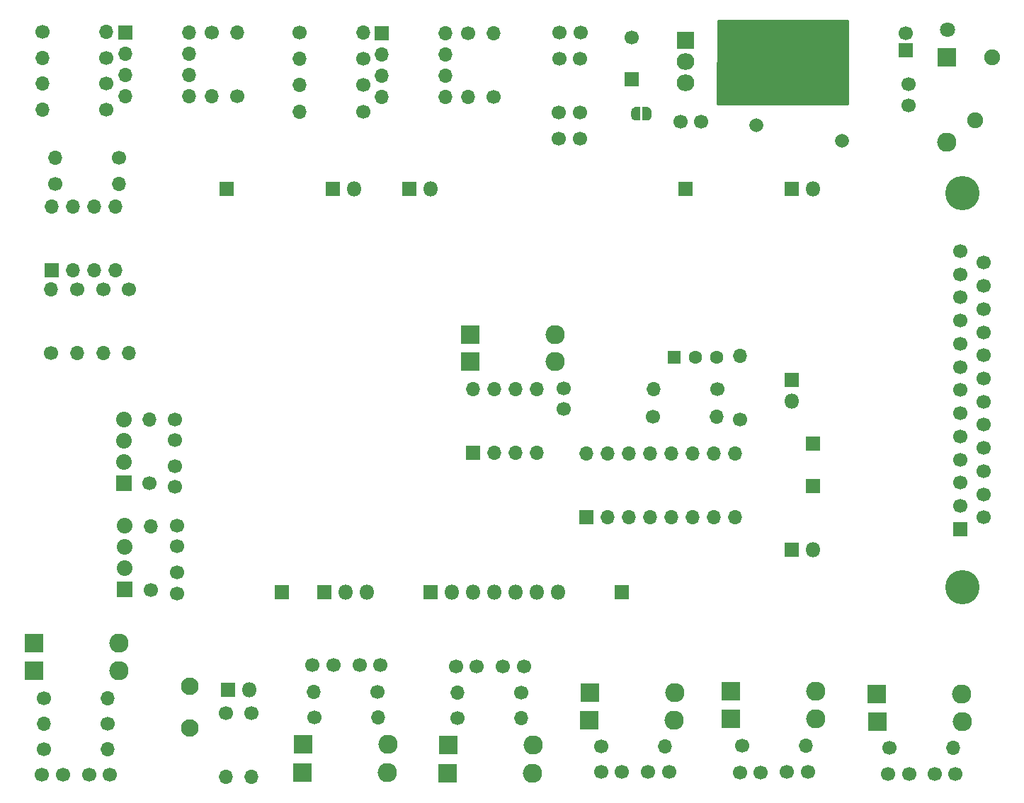
<source format=gbr>
%TF.GenerationSoftware,KiCad,Pcbnew,(5.1.6)-1*%
%TF.CreationDate,2022-12-14T15:36:46-08:00*%
%TF.ProjectId,Buggly SPD,42756767-6c79-4205-9350-442e6b696361,rev?*%
%TF.SameCoordinates,Original*%
%TF.FileFunction,Soldermask,Top*%
%TF.FilePolarity,Negative*%
%FSLAX46Y46*%
G04 Gerber Fmt 4.6, Leading zero omitted, Abs format (unit mm)*
G04 Created by KiCad (PCBNEW (5.1.6)-1) date 2022-12-14 15:36:46*
%MOMM*%
%LPD*%
G01*
G04 APERTURE LIST*
%ADD10O,1.700000X1.700000*%
%ADD11C,1.700000*%
%ADD12O,1.800000X1.800000*%
%ADD13R,1.800000X1.800000*%
%ADD14O,2.300000X2.300000*%
%ADD15R,2.300000X2.300000*%
%ADD16C,1.878000*%
%ADD17R,1.878000X1.878000*%
%ADD18R,1.700000X1.700000*%
%ADD19R,1.600000X1.600000*%
%ADD20C,1.600000*%
%ADD21C,4.100000*%
%ADD22C,0.100000*%
%ADD23C,1.900000*%
%ADD24C,1.660000*%
%ADD25C,1.800000*%
%ADD26O,2.100000X2.005000*%
%ADD27R,2.100000X2.005000*%
%ADD28C,3.148000*%
%ADD29C,2.100000*%
%ADD30C,0.254000*%
G04 APERTURE END LIST*
D10*
%TO.C,R35*%
X113182400Y-52654200D03*
D11*
X113182400Y-45034200D03*
%TD*%
D10*
%TO.C,R27*%
X93014800Y-54279800D03*
D11*
X100634800Y-54279800D03*
%TD*%
D10*
%TO.C,R16*%
X93014800Y-51181000D03*
D11*
X100634800Y-51181000D03*
%TD*%
D10*
%TO.C,R9*%
X201828400Y-130683000D03*
D11*
X194208400Y-130683000D03*
%TD*%
D12*
%TO.C,J6*%
X154660600Y-111988600D03*
X152120600Y-111988600D03*
X149580600Y-111988600D03*
X147040600Y-111988600D03*
X144500600Y-111988600D03*
X141960600Y-111988600D03*
D13*
X139420600Y-111988600D03*
%TD*%
D12*
%TO.C,J5*%
X139420600Y-63728600D03*
D13*
X136880600Y-63728600D03*
%TD*%
D14*
%TO.C,D13*%
X202920600Y-124206000D03*
D15*
X192760600Y-124206000D03*
%TD*%
D14*
%TO.C,D10*%
X202946000Y-127508000D03*
D15*
X192786000Y-127508000D03*
%TD*%
D11*
%TO.C,C13*%
X196581400Y-133756400D03*
X194081400Y-133756400D03*
%TD*%
%TO.C,C9*%
X199658600Y-133807200D03*
X202158600Y-133807200D03*
%TD*%
D14*
%TO.C,D8*%
X102133400Y-121437400D03*
D15*
X91973400Y-121437400D03*
%TD*%
D14*
%TO.C,D4*%
X102158800Y-118110000D03*
D15*
X91998800Y-118110000D03*
%TD*%
D16*
%TO.C,U2*%
X102819200Y-104089200D03*
X102819200Y-106629200D03*
X102819200Y-109169200D03*
D17*
X102819200Y-111709200D03*
%TD*%
D16*
%TO.C,U1*%
X102743000Y-91389200D03*
X102743000Y-93929200D03*
X102743000Y-96469200D03*
D17*
X102743000Y-99009200D03*
%TD*%
D10*
%TO.C,R6*%
X105943400Y-104114600D03*
D11*
X105943400Y-111734600D03*
%TD*%
D10*
%TO.C,R5*%
X105765600Y-91338400D03*
D11*
X105765600Y-98958400D03*
%TD*%
D10*
%TO.C,R4*%
X100812600Y-130784600D03*
D11*
X93192600Y-130784600D03*
%TD*%
D10*
%TO.C,R2*%
X93192600Y-127736600D03*
D11*
X100812600Y-127736600D03*
%TD*%
D10*
%TO.C,R1*%
X100812600Y-124688600D03*
D11*
X93192600Y-124688600D03*
%TD*%
D12*
%TO.C,J13*%
X185140600Y-106908600D03*
D13*
X182600600Y-106908600D03*
%TD*%
%TO.C,J12*%
X185140600Y-99288600D03*
%TD*%
%TO.C,J11*%
X185140600Y-94208600D03*
%TD*%
D12*
%TO.C,J10*%
X182600600Y-89128600D03*
D13*
X182600600Y-86588600D03*
%TD*%
D12*
%TO.C,J9*%
X185140600Y-63728600D03*
D13*
X182600600Y-63728600D03*
%TD*%
%TO.C,J8*%
X162280600Y-111988600D03*
%TD*%
%TO.C,J7*%
X169900600Y-63728600D03*
%TD*%
D12*
%TO.C,J4*%
X131800600Y-111988600D03*
X129260600Y-111988600D03*
D13*
X126720600Y-111988600D03*
%TD*%
D12*
%TO.C,J3*%
X130276600Y-63728600D03*
D13*
X127736600Y-63728600D03*
%TD*%
%TO.C,J2*%
X121640600Y-111988600D03*
%TD*%
%TO.C,J1*%
X115036600Y-63728600D03*
%TD*%
D11*
%TO.C,C16*%
X162266000Y-133553200D03*
X159766000Y-133553200D03*
%TD*%
%TO.C,C15*%
X144917800Y-120878600D03*
X142417800Y-120878600D03*
%TD*%
%TO.C,C14*%
X127747400Y-120700800D03*
X125247400Y-120700800D03*
%TD*%
%TO.C,C8*%
X109093000Y-109666400D03*
X109093000Y-112166400D03*
%TD*%
%TO.C,C7*%
X108839000Y-96915600D03*
X108839000Y-99415600D03*
%TD*%
%TO.C,C6*%
X95438600Y-133832600D03*
X92938600Y-133832600D03*
%TD*%
%TO.C,C5*%
X178877600Y-133578600D03*
X176377600Y-133578600D03*
%TD*%
%TO.C,C4*%
X98566600Y-133832600D03*
X101066600Y-133832600D03*
%TD*%
%TO.C,C2*%
X109093000Y-106538400D03*
X109093000Y-104038400D03*
%TD*%
%TO.C,C1*%
X108839000Y-93838400D03*
X108839000Y-91338400D03*
%TD*%
D10*
%TO.C,R34*%
X92989400Y-48056800D03*
D11*
X100609400Y-48056800D03*
%TD*%
D10*
%TO.C,R33*%
X123685300Y-54495700D03*
D11*
X131305300Y-54495700D03*
%TD*%
D10*
%TO.C,R32*%
X123685300Y-48196500D03*
D11*
X131305300Y-48196500D03*
%TD*%
D10*
%TO.C,R31*%
X103339900Y-83375500D03*
D11*
X103339900Y-75755500D03*
%TD*%
D10*
%TO.C,R30*%
X97142300Y-83375500D03*
D11*
X97142300Y-75755500D03*
%TD*%
D10*
%TO.C,R29*%
X123685300Y-51346100D03*
D11*
X131305300Y-51346100D03*
%TD*%
D10*
%TO.C,R28*%
X131305300Y-45059600D03*
D11*
X123685300Y-45059600D03*
%TD*%
D10*
%TO.C,R26*%
X100622100Y-44970700D03*
D11*
X93002100Y-44970700D03*
%TD*%
D10*
%TO.C,R25*%
X100241100Y-83375500D03*
D11*
X100241100Y-75755500D03*
%TD*%
D10*
%TO.C,R24*%
X94043500Y-75742800D03*
D11*
X94043500Y-83362800D03*
%TD*%
D14*
%TO.C,D12*%
X185470800Y-123875800D03*
D15*
X175310800Y-123875800D03*
%TD*%
D14*
%TO.C,D9*%
X185470800Y-127203200D03*
D15*
X175310800Y-127203200D03*
%TD*%
D14*
%TO.C,D7*%
X168529000Y-127304800D03*
D15*
X158369000Y-127304800D03*
%TD*%
D14*
%TO.C,D6*%
X151612600Y-133654800D03*
D15*
X141452600Y-133654800D03*
%TD*%
D14*
%TO.C,D5*%
X134264400Y-130225800D03*
D15*
X124104400Y-130225800D03*
%TD*%
D14*
%TO.C,D3*%
X168554400Y-124053600D03*
D15*
X158394400Y-124053600D03*
%TD*%
D14*
%TO.C,D2*%
X151638000Y-130327400D03*
D15*
X141478000Y-130327400D03*
%TD*%
D14*
%TO.C,D1*%
X134239000Y-133578600D03*
D15*
X124079000Y-133578600D03*
%TD*%
D11*
%TO.C,C21*%
X157287600Y-48183800D03*
X154787600Y-48183800D03*
%TD*%
%TO.C,C20*%
X157236800Y-57759600D03*
X154736800Y-57759600D03*
%TD*%
%TO.C,C19*%
X157236800Y-54635400D03*
X154736800Y-54635400D03*
%TD*%
%TO.C,C18*%
X157313000Y-45085000D03*
X154813000Y-45085000D03*
%TD*%
D10*
%TO.C,U3*%
X141147800Y-45123100D03*
X133527800Y-52743100D03*
X141147800Y-47663100D03*
X133527800Y-50203100D03*
X141147800Y-50203100D03*
X133527800Y-47663100D03*
X141147800Y-52743100D03*
D18*
X133527800Y-45123100D03*
%TD*%
D10*
%TO.C,R15*%
X116281200Y-45034200D03*
D11*
X116281200Y-52654200D03*
%TD*%
D10*
%TO.C,R14*%
X143840200Y-52768500D03*
D11*
X143840200Y-45148500D03*
%TD*%
D10*
%TO.C,R13*%
X146913600Y-45148500D03*
D11*
X146913600Y-52768500D03*
%TD*%
D10*
%TO.C,U4*%
X110477300Y-45008800D03*
X102857300Y-52628800D03*
X110477300Y-47548800D03*
X102857300Y-50088800D03*
X110477300Y-50088800D03*
X102857300Y-47548800D03*
X110477300Y-52628800D03*
D18*
X102857300Y-45008800D03*
%TD*%
D10*
%TO.C,U5*%
X94119700Y-65874900D03*
X101739700Y-73494900D03*
X96659700Y-65874900D03*
X99199700Y-73494900D03*
X99199700Y-65874900D03*
X96659700Y-73494900D03*
X101739700Y-65874900D03*
D18*
X94119700Y-73494900D03*
%TD*%
D10*
%TO.C,R21*%
X102171500Y-63131700D03*
D11*
X94551500Y-63131700D03*
%TD*%
D10*
%TO.C,R20*%
X94500700Y-60007500D03*
D11*
X102120700Y-60007500D03*
%TD*%
D10*
%TO.C,R12*%
X167386000Y-130454400D03*
D11*
X159766000Y-130454400D03*
%TD*%
D10*
%TO.C,R11*%
X150241000Y-127127000D03*
D11*
X142621000Y-127127000D03*
%TD*%
D10*
%TO.C,R10*%
X133146800Y-127000000D03*
D11*
X125526800Y-127000000D03*
%TD*%
D10*
%TO.C,R8*%
X142595600Y-124002800D03*
D11*
X150215600Y-124002800D03*
%TD*%
D10*
%TO.C,R7*%
X125450600Y-123952000D03*
D11*
X133070600Y-123952000D03*
%TD*%
D10*
%TO.C,R3*%
X184226200Y-130429000D03*
D11*
X176606200Y-130429000D03*
%TD*%
%TO.C,C12*%
X165394000Y-133553200D03*
X167894000Y-133553200D03*
%TD*%
%TO.C,C11*%
X148045800Y-120878600D03*
X150545800Y-120878600D03*
%TD*%
%TO.C,C10*%
X130875400Y-120700800D03*
X133375400Y-120700800D03*
%TD*%
%TO.C,C3*%
X181980200Y-133553200D03*
X184480200Y-133553200D03*
%TD*%
D10*
%TO.C,IC1*%
X144449800Y-87731600D03*
X152069800Y-95351600D03*
X146989800Y-87731600D03*
X149529800Y-95351600D03*
X149529800Y-87731600D03*
X146989800Y-95351600D03*
X152069800Y-87731600D03*
D18*
X144449800Y-95351600D03*
%TD*%
D14*
%TO.C,D14*%
X154305000Y-84455000D03*
D15*
X144145000Y-84455000D03*
%TD*%
D14*
%TO.C,D11*%
X154305000Y-81203800D03*
D15*
X144145000Y-81203800D03*
%TD*%
D11*
%TO.C,C17*%
X155321000Y-87593800D03*
X155321000Y-90093800D03*
%TD*%
%TO.C,C24*%
X196514720Y-53741960D03*
X196514720Y-51241960D03*
%TD*%
D10*
%TO.C,U6*%
X158013400Y-95453200D03*
X175793400Y-103073200D03*
X160553400Y-95453200D03*
X173253400Y-103073200D03*
X163093400Y-95453200D03*
X170713400Y-103073200D03*
X165633400Y-95453200D03*
X168173400Y-103073200D03*
X168173400Y-95453200D03*
X165633400Y-103073200D03*
X170713400Y-95453200D03*
X163093400Y-103073200D03*
X173253400Y-95453200D03*
X160553400Y-103073200D03*
X175793400Y-95453200D03*
D18*
X158013400Y-103073200D03*
%TD*%
D10*
%TO.C,R19*%
X176377600Y-83769200D03*
D11*
X176377600Y-91389200D03*
%TD*%
D10*
%TO.C,R18*%
X173609000Y-91033600D03*
D11*
X165989000Y-91033600D03*
%TD*%
D10*
%TO.C,R17*%
X166014400Y-87757000D03*
D11*
X173634400Y-87757000D03*
%TD*%
D19*
%TO.C,Q1*%
X168478200Y-83921600D03*
D20*
X173558200Y-83921600D03*
X171018200Y-83921600D03*
%TD*%
D21*
%TO.C,J15*%
X202976760Y-64284960D03*
X202976760Y-111384960D03*
D11*
X205516760Y-72599960D03*
X205516760Y-75369960D03*
X205516760Y-78139960D03*
X205516760Y-80909960D03*
X205516760Y-83679960D03*
X205516760Y-86449960D03*
X205516760Y-89219960D03*
X205516760Y-91989960D03*
X205516760Y-94759960D03*
X205516760Y-97529960D03*
X205516760Y-100299960D03*
X205516760Y-103069960D03*
X202676760Y-71214960D03*
X202676760Y-73984960D03*
X202676760Y-76754960D03*
X202676760Y-79524960D03*
X202676760Y-82294960D03*
X202676760Y-85064960D03*
X202676760Y-87834960D03*
X202676760Y-90604960D03*
X202676760Y-93374960D03*
X202676760Y-96144960D03*
X202676760Y-98914960D03*
X202676760Y-101684960D03*
D18*
X202676760Y-104454960D03*
%TD*%
D22*
%TO.C,JP2*%
G36*
X165233111Y-53963002D02*
G01*
X165251534Y-53963002D01*
X165256435Y-53963243D01*
X165305266Y-53968053D01*
X165310119Y-53968773D01*
X165358244Y-53978345D01*
X165363005Y-53979537D01*
X165409960Y-53993781D01*
X165414579Y-53995434D01*
X165459912Y-54014211D01*
X165464349Y-54016309D01*
X165507622Y-54039440D01*
X165511829Y-54041962D01*
X165552628Y-54069222D01*
X165556570Y-54072146D01*
X165594499Y-54103274D01*
X165598134Y-54106569D01*
X165632831Y-54141266D01*
X165636126Y-54144901D01*
X165667254Y-54182830D01*
X165670178Y-54186772D01*
X165697438Y-54227571D01*
X165699960Y-54231778D01*
X165723091Y-54275051D01*
X165725189Y-54279488D01*
X165743966Y-54324821D01*
X165745619Y-54329440D01*
X165759863Y-54376395D01*
X165761055Y-54381156D01*
X165770627Y-54429281D01*
X165771347Y-54434134D01*
X165776157Y-54482965D01*
X165776398Y-54487866D01*
X165776398Y-54506289D01*
X165777000Y-54512400D01*
X165777000Y-55012400D01*
X165776398Y-55018511D01*
X165776398Y-55036934D01*
X165776157Y-55041835D01*
X165771347Y-55090666D01*
X165770627Y-55095519D01*
X165761055Y-55143644D01*
X165759863Y-55148405D01*
X165745619Y-55195360D01*
X165743966Y-55199979D01*
X165725189Y-55245312D01*
X165723091Y-55249749D01*
X165699960Y-55293022D01*
X165697438Y-55297229D01*
X165670178Y-55338028D01*
X165667254Y-55341970D01*
X165636126Y-55379899D01*
X165632831Y-55383534D01*
X165598134Y-55418231D01*
X165594499Y-55421526D01*
X165556570Y-55452654D01*
X165552628Y-55455578D01*
X165511829Y-55482838D01*
X165507622Y-55485360D01*
X165464349Y-55508491D01*
X165459912Y-55510589D01*
X165414579Y-55529366D01*
X165409960Y-55531019D01*
X165363005Y-55545263D01*
X165358244Y-55546455D01*
X165310119Y-55556027D01*
X165305266Y-55556747D01*
X165256435Y-55561557D01*
X165251534Y-55561798D01*
X165233111Y-55561798D01*
X165227000Y-55562400D01*
X164727000Y-55562400D01*
X164717245Y-55561439D01*
X164707866Y-55558594D01*
X164699221Y-55553973D01*
X164691645Y-55547755D01*
X164685427Y-55540179D01*
X164680806Y-55531534D01*
X164677961Y-55522155D01*
X164677000Y-55512400D01*
X164677000Y-54012400D01*
X164677961Y-54002645D01*
X164680806Y-53993266D01*
X164685427Y-53984621D01*
X164691645Y-53977045D01*
X164699221Y-53970827D01*
X164707866Y-53966206D01*
X164717245Y-53963361D01*
X164727000Y-53962400D01*
X165227000Y-53962400D01*
X165233111Y-53963002D01*
G37*
G36*
X164436755Y-53963361D02*
G01*
X164446134Y-53966206D01*
X164454779Y-53970827D01*
X164462355Y-53977045D01*
X164468573Y-53984621D01*
X164473194Y-53993266D01*
X164476039Y-54002645D01*
X164477000Y-54012400D01*
X164477000Y-55512400D01*
X164476039Y-55522155D01*
X164473194Y-55531534D01*
X164468573Y-55540179D01*
X164462355Y-55547755D01*
X164454779Y-55553973D01*
X164446134Y-55558594D01*
X164436755Y-55561439D01*
X164427000Y-55562400D01*
X163927000Y-55562400D01*
X163920889Y-55561798D01*
X163902466Y-55561798D01*
X163897565Y-55561557D01*
X163848734Y-55556747D01*
X163843881Y-55556027D01*
X163795756Y-55546455D01*
X163790995Y-55545263D01*
X163744040Y-55531019D01*
X163739421Y-55529366D01*
X163694088Y-55510589D01*
X163689651Y-55508491D01*
X163646378Y-55485360D01*
X163642171Y-55482838D01*
X163601372Y-55455578D01*
X163597430Y-55452654D01*
X163559501Y-55421526D01*
X163555866Y-55418231D01*
X163521169Y-55383534D01*
X163517874Y-55379899D01*
X163486746Y-55341970D01*
X163483822Y-55338028D01*
X163456562Y-55297229D01*
X163454040Y-55293022D01*
X163430909Y-55249749D01*
X163428811Y-55245312D01*
X163410034Y-55199979D01*
X163408381Y-55195360D01*
X163394137Y-55148405D01*
X163392945Y-55143644D01*
X163383373Y-55095519D01*
X163382653Y-55090666D01*
X163377843Y-55041835D01*
X163377602Y-55036934D01*
X163377602Y-55018511D01*
X163377000Y-55012400D01*
X163377000Y-54512400D01*
X163377602Y-54506289D01*
X163377602Y-54487866D01*
X163377843Y-54482965D01*
X163382653Y-54434134D01*
X163383373Y-54429281D01*
X163392945Y-54381156D01*
X163394137Y-54376395D01*
X163408381Y-54329440D01*
X163410034Y-54324821D01*
X163428811Y-54279488D01*
X163430909Y-54275051D01*
X163454040Y-54231778D01*
X163456562Y-54227571D01*
X163483822Y-54186772D01*
X163486746Y-54182830D01*
X163517874Y-54144901D01*
X163521169Y-54141266D01*
X163555866Y-54106569D01*
X163559501Y-54103274D01*
X163597430Y-54072146D01*
X163601372Y-54069222D01*
X163642171Y-54041962D01*
X163646378Y-54039440D01*
X163689651Y-54016309D01*
X163694088Y-54014211D01*
X163739421Y-53995434D01*
X163744040Y-53993781D01*
X163790995Y-53979537D01*
X163795756Y-53978345D01*
X163843881Y-53968773D01*
X163848734Y-53968053D01*
X163897565Y-53963243D01*
X163902466Y-53963002D01*
X163920889Y-53963002D01*
X163927000Y-53962400D01*
X164427000Y-53962400D01*
X164436755Y-53963361D01*
G37*
%TD*%
D23*
%TO.C,RV1*%
X206515720Y-48014240D03*
X204515720Y-55514240D03*
%TD*%
D24*
%TO.C,F1*%
X188549280Y-58039000D03*
X178349280Y-56139000D03*
%TD*%
D14*
%TO.C,D17*%
X201086720Y-58191400D03*
D15*
X201086720Y-48031400D03*
%TD*%
D25*
%TO.C,J8*%
X201223880Y-44749720D03*
%TD*%
D26*
%TO.C,U7*%
X169824400Y-51094640D03*
X169824400Y-48554640D03*
D27*
X169824400Y-46014640D03*
D28*
X186484400Y-48554640D03*
%TD*%
D10*
%TO.C,R23*%
X114935000Y-134112000D03*
D11*
X114935000Y-126492000D03*
%TD*%
D10*
%TO.C,R22*%
X117983000Y-134112000D03*
D11*
X117983000Y-126492000D03*
%TD*%
D12*
%TO.C,JP1*%
X117729000Y-123698000D03*
D13*
X115189000Y-123698000D03*
%TD*%
D11*
%TO.C,C26*%
X163428680Y-45606960D03*
D18*
X163428680Y-50606960D03*
%TD*%
D11*
%TO.C,C25*%
X169249720Y-55758080D03*
X171749720Y-55758080D03*
%TD*%
D29*
%TO.C,C22*%
X110617000Y-128317000D03*
X110617000Y-123317000D03*
%TD*%
D11*
%TO.C,C23*%
X196209920Y-45132240D03*
D18*
X196209920Y-47132240D03*
%TD*%
D30*
G36*
X189268100Y-53631692D02*
G01*
X173686461Y-53581711D01*
X173785547Y-43586400D01*
X189268100Y-43586400D01*
X189268100Y-53631692D01*
G37*
X189268100Y-53631692D02*
X173686461Y-53581711D01*
X173785547Y-43586400D01*
X189268100Y-43586400D01*
X189268100Y-53631692D01*
M02*

</source>
